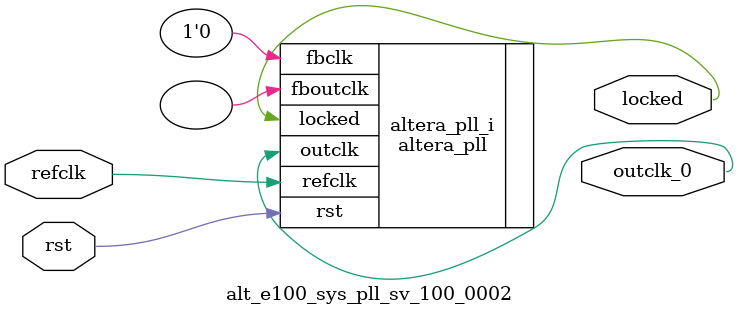
<source format=v>
`timescale 1ns/10ps
module  alt_e100_sys_pll_sv_100_0002(

	// interface 'refclk'
	input wire refclk,

	// interface 'reset'
	input wire rst,

	// interface 'outclk0'
	output wire outclk_0,

	// interface 'locked'
	output wire locked
);

	altera_pll #(
		.fractional_vco_multiplier("false"),
		.reference_clock_frequency("50.0 MHz"),
		.operation_mode("normal"),
		.number_of_clocks(1),
		.output_clock_frequency0("100.0 MHz"),
		.phase_shift0("0 ps"),
		.duty_cycle0(50),
		.output_clock_frequency1("0 MHz"),
		.phase_shift1("0 ps"),
		.duty_cycle1(50),
		.output_clock_frequency2("0 MHz"),
		.phase_shift2("0 ps"),
		.duty_cycle2(50),
		.output_clock_frequency3("0 MHz"),
		.phase_shift3("0 ps"),
		.duty_cycle3(50),
		.output_clock_frequency4("0 MHz"),
		.phase_shift4("0 ps"),
		.duty_cycle4(50),
		.output_clock_frequency5("0 MHz"),
		.phase_shift5("0 ps"),
		.duty_cycle5(50),
		.output_clock_frequency6("0 MHz"),
		.phase_shift6("0 ps"),
		.duty_cycle6(50),
		.output_clock_frequency7("0 MHz"),
		.phase_shift7("0 ps"),
		.duty_cycle7(50),
		.output_clock_frequency8("0 MHz"),
		.phase_shift8("0 ps"),
		.duty_cycle8(50),
		.output_clock_frequency9("0 MHz"),
		.phase_shift9("0 ps"),
		.duty_cycle9(50),
		.output_clock_frequency10("0 MHz"),
		.phase_shift10("0 ps"),
		.duty_cycle10(50),
		.output_clock_frequency11("0 MHz"),
		.phase_shift11("0 ps"),
		.duty_cycle11(50),
		.output_clock_frequency12("0 MHz"),
		.phase_shift12("0 ps"),
		.duty_cycle12(50),
		.output_clock_frequency13("0 MHz"),
		.phase_shift13("0 ps"),
		.duty_cycle13(50),
		.output_clock_frequency14("0 MHz"),
		.phase_shift14("0 ps"),
		.duty_cycle14(50),
		.output_clock_frequency15("0 MHz"),
		.phase_shift15("0 ps"),
		.duty_cycle15(50),
		.output_clock_frequency16("0 MHz"),
		.phase_shift16("0 ps"),
		.duty_cycle16(50),
		.output_clock_frequency17("0 MHz"),
		.phase_shift17("0 ps"),
		.duty_cycle17(50),
		.pll_type("General"),
		.pll_subtype("General")
	) altera_pll_i (
		.outclk	({outclk_0}),
		.locked	(locked),
		.fboutclk	( ),
		.fbclk	(1'b0),
		.rst	(rst),
		.refclk	(refclk)
	);
endmodule


</source>
